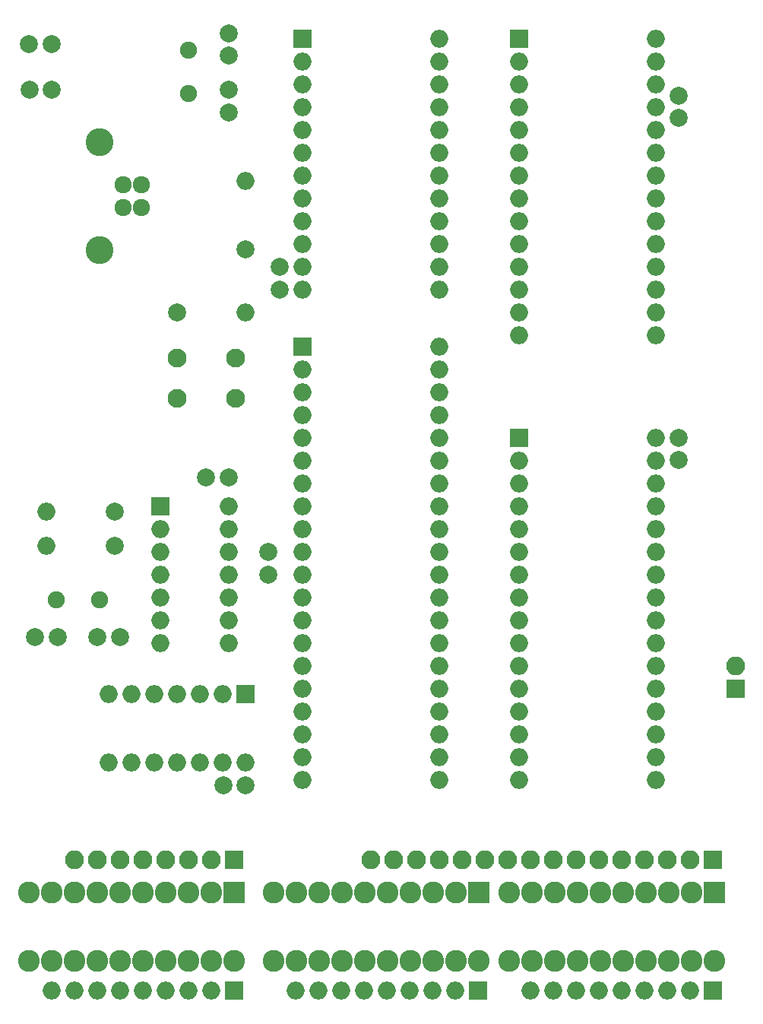
<source format=gbr>
%TF.GenerationSoftware,KiCad,Pcbnew,(5.0.0-rc2-dev-493-gd776eaca8)*%
%TF.CreationDate,2018-09-19T19:52:29-07:00*%
%TF.ProjectId,Z80,5A38302E6B696361645F706362000000,rev?*%
%TF.SameCoordinates,Original*%
%TF.FileFunction,Soldermask,Bot*%
%TF.FilePolarity,Negative*%
%FSLAX46Y46*%
G04 Gerber Fmt 4.6, Leading zero omitted, Abs format (unit mm)*
G04 Created by KiCad (PCBNEW (5.0.0-rc2-dev-493-gd776eaca8)) date 09/19/18 19:52:29*
%MOMM*%
%LPD*%
G01*
G04 APERTURE LIST*
%ADD10O,2.100000X2.100000*%
%ADD11R,2.100000X2.100000*%
%ADD12R,2.432000X2.432000*%
%ADD13C,2.432000*%
%ADD14C,2.000000*%
%ADD15C,3.100000*%
%ADD16C,1.920000*%
%ADD17O,2.000000X2.000000*%
%ADD18R,2.000000X2.000000*%
%ADD19C,2.100000*%
%ADD20C,1.900000*%
G04 APERTURE END LIST*
D10*
X158750000Y-100330000D03*
D11*
X158750000Y-102870000D03*
D10*
X85090000Y-121920000D03*
X87630000Y-121920000D03*
X90170000Y-121920000D03*
X92710000Y-121920000D03*
X95250000Y-121920000D03*
X97790000Y-121920000D03*
X100330000Y-121920000D03*
D11*
X102870000Y-121920000D03*
D10*
X118110000Y-121920000D03*
X120650000Y-121920000D03*
X123190000Y-121920000D03*
X125730000Y-121920000D03*
X128270000Y-121920000D03*
X130810000Y-121920000D03*
X133350000Y-121920000D03*
X135890000Y-121920000D03*
X138430000Y-121920000D03*
X140970000Y-121920000D03*
X143510000Y-121920000D03*
X146050000Y-121920000D03*
X148590000Y-121920000D03*
X151130000Y-121920000D03*
X153670000Y-121920000D03*
D11*
X156210000Y-121920000D03*
D12*
X102870000Y-125603000D03*
D13*
X100330000Y-125603000D03*
X97790000Y-125603000D03*
X95250000Y-125603000D03*
X85090000Y-133223000D03*
X87630000Y-133223000D03*
X90170000Y-133223000D03*
X92710000Y-133223000D03*
X92710000Y-125603000D03*
X90170000Y-125603000D03*
X87630000Y-125603000D03*
X85090000Y-125603000D03*
X82550000Y-133223000D03*
X80010000Y-133223000D03*
X80010000Y-125603000D03*
X82550000Y-125603000D03*
X95250000Y-133223000D03*
X97790000Y-133223000D03*
X100330000Y-133223000D03*
X102870000Y-133223000D03*
X130112000Y-133223000D03*
X127572000Y-133223000D03*
X125032000Y-133223000D03*
X122492000Y-133223000D03*
X109792000Y-125603000D03*
X107252000Y-125603000D03*
X107252000Y-133223000D03*
X109792000Y-133223000D03*
X112332000Y-125603000D03*
X114872000Y-125603000D03*
X117412000Y-125603000D03*
X119952000Y-125603000D03*
X119952000Y-133223000D03*
X117412000Y-133223000D03*
X114872000Y-133223000D03*
X112332000Y-133223000D03*
X122492000Y-125603000D03*
X125032000Y-125603000D03*
X127572000Y-125603000D03*
D12*
X130112000Y-125603000D03*
D13*
X156337000Y-133223000D03*
X153797000Y-133223000D03*
X151257000Y-133223000D03*
X148717000Y-133223000D03*
X136017000Y-125603000D03*
X133477000Y-125603000D03*
X133477000Y-133223000D03*
X136017000Y-133223000D03*
X138557000Y-125603000D03*
X141097000Y-125603000D03*
X143637000Y-125603000D03*
X146177000Y-125603000D03*
X146177000Y-133223000D03*
X143637000Y-133223000D03*
X141097000Y-133223000D03*
X138557000Y-133223000D03*
X148717000Y-125603000D03*
X151257000Y-125603000D03*
X153797000Y-125603000D03*
D12*
X156337000Y-125603000D03*
D14*
X106680000Y-90170000D03*
X106680000Y-87670000D03*
X83185000Y-97155000D03*
X80685000Y-97155000D03*
X90130000Y-97155000D03*
X87630000Y-97155000D03*
X99735000Y-79375000D03*
X102235000Y-79375000D03*
X152400000Y-36830000D03*
X152400000Y-39330000D03*
X152400000Y-77430000D03*
X152400000Y-74930000D03*
X104140000Y-113665000D03*
X101640000Y-113665000D03*
X107950000Y-55920000D03*
X107950000Y-58420000D03*
X102235000Y-29885000D03*
X102235000Y-32385000D03*
X102235000Y-36195000D03*
X102235000Y-38695000D03*
X82550000Y-36195000D03*
X80050000Y-36195000D03*
X82510000Y-31115000D03*
X80010000Y-31115000D03*
D15*
X87819500Y-54069500D03*
X87819500Y-42069500D03*
D16*
X90519500Y-46799500D03*
X90519500Y-49339500D03*
X92519500Y-49339500D03*
X92519500Y-46799500D03*
D17*
X81915000Y-86995000D03*
D14*
X89535000Y-86995000D03*
X89535000Y-83185000D03*
D17*
X81915000Y-83185000D03*
X104140000Y-46355000D03*
D14*
X104140000Y-53975000D03*
X96520000Y-60960000D03*
D17*
X104140000Y-60960000D03*
X82550000Y-136525000D03*
X85090000Y-136525000D03*
X87630000Y-136525000D03*
X90170000Y-136525000D03*
X92710000Y-136525000D03*
X95250000Y-136525000D03*
X97790000Y-136525000D03*
X100330000Y-136525000D03*
D18*
X102870000Y-136525000D03*
D17*
X109728000Y-136525000D03*
X112268000Y-136525000D03*
X114808000Y-136525000D03*
X117348000Y-136525000D03*
X119888000Y-136525000D03*
X122428000Y-136525000D03*
X124968000Y-136525000D03*
X127508000Y-136525000D03*
D18*
X130048000Y-136525000D03*
X156210000Y-136525000D03*
D17*
X153670000Y-136525000D03*
X151130000Y-136525000D03*
X148590000Y-136525000D03*
X146050000Y-136525000D03*
X143510000Y-136525000D03*
X140970000Y-136525000D03*
X138430000Y-136525000D03*
X135890000Y-136525000D03*
D19*
X96520000Y-66040000D03*
X103020000Y-66040000D03*
X96520000Y-70540000D03*
X103020000Y-70540000D03*
D17*
X102235000Y-82550000D03*
X94615000Y-97790000D03*
X102235000Y-85090000D03*
X94615000Y-95250000D03*
X102235000Y-87630000D03*
X94615000Y-92710000D03*
X102235000Y-90170000D03*
X94615000Y-90170000D03*
X102235000Y-92710000D03*
X94615000Y-87630000D03*
X102235000Y-95250000D03*
X94615000Y-85090000D03*
X102235000Y-97790000D03*
D18*
X94615000Y-82550000D03*
D17*
X125730000Y-30480000D03*
X110490000Y-58420000D03*
X125730000Y-33020000D03*
X110490000Y-55880000D03*
X125730000Y-35560000D03*
X110490000Y-53340000D03*
X125730000Y-38100000D03*
X110490000Y-50800000D03*
X125730000Y-40640000D03*
X110490000Y-48260000D03*
X125730000Y-43180000D03*
X110490000Y-45720000D03*
X125730000Y-45720000D03*
X110490000Y-43180000D03*
X125730000Y-48260000D03*
X110490000Y-40640000D03*
X125730000Y-50800000D03*
X110490000Y-38100000D03*
X125730000Y-53340000D03*
X110490000Y-35560000D03*
X125730000Y-55880000D03*
X110490000Y-33020000D03*
X125730000Y-58420000D03*
D18*
X110490000Y-30480000D03*
D17*
X125730000Y-64770000D03*
X110490000Y-113030000D03*
X125730000Y-67310000D03*
X110490000Y-110490000D03*
X125730000Y-69850000D03*
X110490000Y-107950000D03*
X125730000Y-72390000D03*
X110490000Y-105410000D03*
X125730000Y-74930000D03*
X110490000Y-102870000D03*
X125730000Y-77470000D03*
X110490000Y-100330000D03*
X125730000Y-80010000D03*
X110490000Y-97790000D03*
X125730000Y-82550000D03*
X110490000Y-95250000D03*
X125730000Y-85090000D03*
X110490000Y-92710000D03*
X125730000Y-87630000D03*
X110490000Y-90170000D03*
X125730000Y-90170000D03*
X110490000Y-87630000D03*
X125730000Y-92710000D03*
X110490000Y-85090000D03*
X125730000Y-95250000D03*
X110490000Y-82550000D03*
X125730000Y-97790000D03*
X110490000Y-80010000D03*
X125730000Y-100330000D03*
X110490000Y-77470000D03*
X125730000Y-102870000D03*
X110490000Y-74930000D03*
X125730000Y-105410000D03*
X110490000Y-72390000D03*
X125730000Y-107950000D03*
X110490000Y-69850000D03*
X125730000Y-110490000D03*
X110490000Y-67310000D03*
X125730000Y-113030000D03*
D18*
X110490000Y-64770000D03*
D17*
X149860000Y-30480000D03*
X134620000Y-63500000D03*
X149860000Y-33020000D03*
X134620000Y-60960000D03*
X149860000Y-35560000D03*
X134620000Y-58420000D03*
X149860000Y-38100000D03*
X134620000Y-55880000D03*
X149860000Y-40640000D03*
X134620000Y-53340000D03*
X149860000Y-43180000D03*
X134620000Y-50800000D03*
X149860000Y-45720000D03*
X134620000Y-48260000D03*
X149860000Y-48260000D03*
X134620000Y-45720000D03*
X149860000Y-50800000D03*
X134620000Y-43180000D03*
X149860000Y-53340000D03*
X134620000Y-40640000D03*
X149860000Y-55880000D03*
X134620000Y-38100000D03*
X149860000Y-58420000D03*
X134620000Y-35560000D03*
X149860000Y-60960000D03*
X134620000Y-33020000D03*
X149860000Y-63500000D03*
D18*
X134620000Y-30480000D03*
D17*
X149860000Y-74930000D03*
X134620000Y-113030000D03*
X149860000Y-77470000D03*
X134620000Y-110490000D03*
X149860000Y-80010000D03*
X134620000Y-107950000D03*
X149860000Y-82550000D03*
X134620000Y-105410000D03*
X149860000Y-85090000D03*
X134620000Y-102870000D03*
X149860000Y-87630000D03*
X134620000Y-100330000D03*
X149860000Y-90170000D03*
X134620000Y-97790000D03*
X149860000Y-92710000D03*
X134620000Y-95250000D03*
X149860000Y-95250000D03*
X134620000Y-92710000D03*
X149860000Y-97790000D03*
X134620000Y-90170000D03*
X149860000Y-100330000D03*
X134620000Y-87630000D03*
X149860000Y-102870000D03*
X134620000Y-85090000D03*
X149860000Y-105410000D03*
X134620000Y-82550000D03*
X149860000Y-107950000D03*
X134620000Y-80010000D03*
X149860000Y-110490000D03*
X134620000Y-77470000D03*
X149860000Y-113030000D03*
D18*
X134620000Y-74930000D03*
X104140000Y-103505000D03*
D17*
X88900000Y-111125000D03*
X101600000Y-103505000D03*
X91440000Y-111125000D03*
X99060000Y-103505000D03*
X93980000Y-111125000D03*
X96520000Y-103505000D03*
X96520000Y-111125000D03*
X93980000Y-103505000D03*
X99060000Y-111125000D03*
X91440000Y-103505000D03*
X101600000Y-111125000D03*
X88900000Y-103505000D03*
X104140000Y-111125000D03*
D20*
X87874500Y-92964000D03*
X82994500Y-92964000D03*
X97790000Y-31750000D03*
X97790000Y-36630000D03*
M02*

</source>
